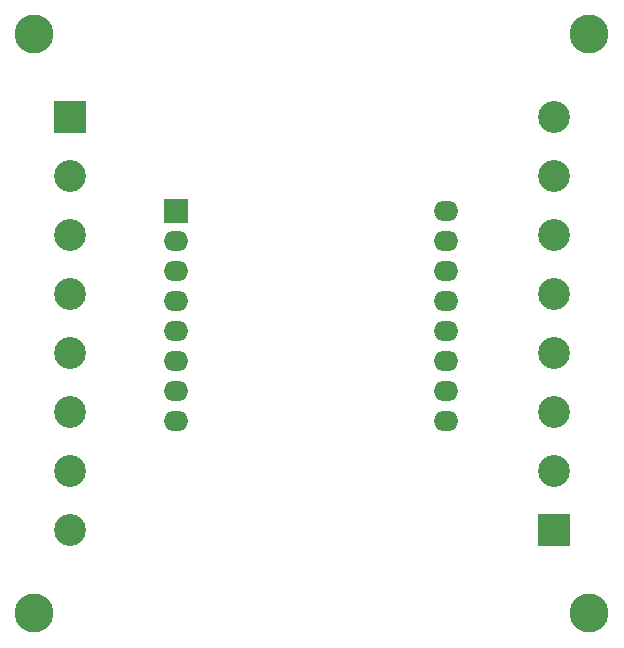
<source format=gbr>
G04 #@! TF.GenerationSoftware,KiCad,Pcbnew,(5.1.5)-3*
G04 #@! TF.CreationDate,2023-11-05T17:35:42+01:00*
G04 #@! TF.ProjectId,wemos_test_board_0,77656d6f-735f-4746-9573-745f626f6172,rev?*
G04 #@! TF.SameCoordinates,Original*
G04 #@! TF.FileFunction,Soldermask,Top*
G04 #@! TF.FilePolarity,Negative*
%FSLAX46Y46*%
G04 Gerber Fmt 4.6, Leading zero omitted, Abs format (unit mm)*
G04 Created by KiCad (PCBNEW (5.1.5)-3) date 2023-11-05 17:35:42*
%MOMM*%
%LPD*%
G04 APERTURE LIST*
%ADD10O,2.100000X1.700000*%
%ADD11R,2.100000X2.100000*%
%ADD12C,2.700000*%
%ADD13R,2.700000X2.700000*%
%ADD14C,3.300000*%
G04 APERTURE END LIST*
D10*
X155860000Y-74000000D03*
X155860000Y-76540000D03*
X155860000Y-79080000D03*
X155860000Y-81620000D03*
X155860000Y-84160000D03*
X155860000Y-86700000D03*
X155860000Y-89240000D03*
X155860000Y-91780000D03*
X133000000Y-91780000D03*
X133000000Y-89240000D03*
X133000000Y-86700000D03*
X133000000Y-84160000D03*
X133000000Y-81620000D03*
X133000000Y-79080000D03*
D11*
X133000000Y-74000000D03*
D10*
X133000000Y-76540000D03*
D12*
X165000000Y-66000000D03*
X165000000Y-71000000D03*
X165000000Y-76000000D03*
X165000000Y-81000000D03*
X165000000Y-86000000D03*
X165000000Y-91000000D03*
X165000000Y-96000000D03*
D13*
X165000000Y-101000000D03*
D12*
X124000000Y-101000000D03*
X124000000Y-96000000D03*
X124000000Y-91000000D03*
X124000000Y-86000000D03*
X124000000Y-81000000D03*
X124000000Y-76000000D03*
X124000000Y-71000000D03*
D13*
X124000000Y-66000000D03*
D14*
X168000000Y-108000000D03*
X121000000Y-108000000D03*
X168000000Y-59000000D03*
X121000000Y-59000000D03*
M02*

</source>
